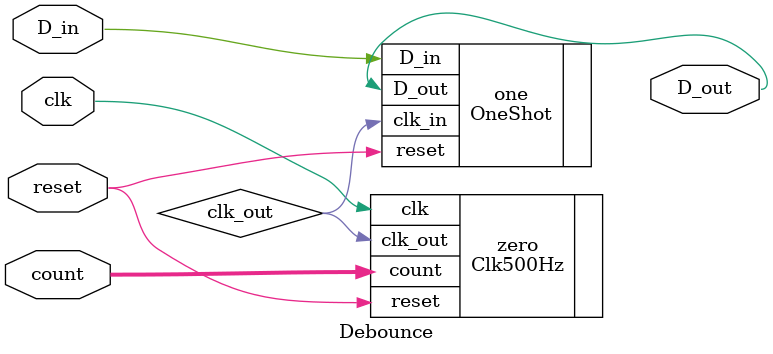
<source format=v>
`timescale 1ns / 1ps


module Debounce(input clk, 
                input reset,
                input D_in, 
                input [31:0] count,  
                output D_out);
                wire clk_out; 
    
    Clk500Hz zero( .clk(clk),.reset(reset), .count(count), .clk_out(clk_out));
    OneShot one (.D_in(D_in), .clk_in(clk_out), .reset(reset), .D_out(D_out) );
endmodule

</source>
